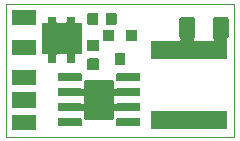
<source format=gbr>
G04 #@! TF.GenerationSoftware,KiCad,Pcbnew,(5.1.5)-2*
G04 #@! TF.CreationDate,2020-03-10T09:13:17+00:00*
G04 #@! TF.ProjectId,loco,6c6f636f-2e6b-4696-9361-645f70636258,rev?*
G04 #@! TF.SameCoordinates,Original*
G04 #@! TF.FileFunction,Soldermask,Top*
G04 #@! TF.FilePolarity,Negative*
%FSLAX46Y46*%
G04 Gerber Fmt 4.6, Leading zero omitted, Abs format (unit mm)*
G04 Created by KiCad (PCBNEW (5.1.5)-2) date 2020-03-10 09:13:17*
%MOMM*%
%LPD*%
G04 APERTURE LIST*
%ADD10C,0.050000*%
%ADD11C,0.100000*%
G04 APERTURE END LIST*
D10*
X114046000Y-90805000D02*
X114046000Y-79502000D01*
X133350000Y-90805000D02*
X114046000Y-90805000D01*
X133350000Y-79502000D02*
X133350000Y-90805000D01*
X114046000Y-79502000D02*
X133350000Y-79502000D01*
D11*
G36*
X116621000Y-90186000D02*
G01*
X114519000Y-90186000D01*
X114519000Y-88884000D01*
X116621000Y-88884000D01*
X116621000Y-90186000D01*
G37*
G36*
X132741000Y-90086000D02*
G01*
X126339000Y-90086000D01*
X126339000Y-88534000D01*
X132741000Y-88534000D01*
X132741000Y-90086000D01*
G37*
G36*
X120379928Y-89186764D02*
G01*
X120401009Y-89193160D01*
X120420445Y-89203548D01*
X120437477Y-89217525D01*
X120442376Y-89223495D01*
X120459703Y-89240822D01*
X120480078Y-89254436D01*
X120498092Y-89261898D01*
X120485760Y-89280355D01*
X120476382Y-89302994D01*
X120471000Y-89339279D01*
X120471000Y-89766860D01*
X120468236Y-89794928D01*
X120461840Y-89816009D01*
X120451452Y-89835445D01*
X120437476Y-89852476D01*
X120420445Y-89866452D01*
X120401009Y-89876840D01*
X120379928Y-89883236D01*
X120351860Y-89886000D01*
X118538140Y-89886000D01*
X118510072Y-89883236D01*
X118488991Y-89876840D01*
X118469555Y-89866452D01*
X118452524Y-89852476D01*
X118438548Y-89835445D01*
X118428160Y-89816009D01*
X118421764Y-89794928D01*
X118419000Y-89766860D01*
X118419000Y-89303140D01*
X118421764Y-89275072D01*
X118428160Y-89253991D01*
X118438548Y-89234555D01*
X118452524Y-89217524D01*
X118469555Y-89203548D01*
X118488991Y-89193160D01*
X118510072Y-89186764D01*
X118538140Y-89184000D01*
X120351860Y-89184000D01*
X120379928Y-89186764D01*
G37*
G36*
X125329928Y-89186764D02*
G01*
X125351009Y-89193160D01*
X125370445Y-89203548D01*
X125387476Y-89217524D01*
X125401452Y-89234555D01*
X125411840Y-89253991D01*
X125418236Y-89275072D01*
X125421000Y-89303140D01*
X125421000Y-89766860D01*
X125418236Y-89794928D01*
X125411840Y-89816009D01*
X125401452Y-89835445D01*
X125387476Y-89852476D01*
X125370445Y-89866452D01*
X125351009Y-89876840D01*
X125329928Y-89883236D01*
X125301860Y-89886000D01*
X123488140Y-89886000D01*
X123460072Y-89883236D01*
X123438991Y-89876840D01*
X123419555Y-89866452D01*
X123402524Y-89852476D01*
X123388548Y-89835445D01*
X123378160Y-89816009D01*
X123371764Y-89794928D01*
X123369000Y-89766860D01*
X123369000Y-89339279D01*
X123366598Y-89314893D01*
X123359485Y-89291444D01*
X123347934Y-89269833D01*
X123341442Y-89261922D01*
X123348834Y-89259680D01*
X123370445Y-89248129D01*
X123397624Y-89223495D01*
X123402523Y-89217525D01*
X123419555Y-89203548D01*
X123438991Y-89193160D01*
X123460072Y-89186764D01*
X123488140Y-89184000D01*
X125301860Y-89184000D01*
X125329928Y-89186764D01*
G37*
G36*
X123045877Y-85932696D02*
G01*
X123076062Y-85941853D01*
X123103883Y-85956723D01*
X123128266Y-85976734D01*
X123147376Y-86000020D01*
X123164703Y-86017347D01*
X123185077Y-86030960D01*
X123203092Y-86038423D01*
X123190759Y-86056881D01*
X123181382Y-86079519D01*
X123176000Y-86115804D01*
X123176000Y-86604196D01*
X123178402Y-86628582D01*
X123185515Y-86652031D01*
X123197066Y-86673642D01*
X123212611Y-86692584D01*
X123231553Y-86708129D01*
X123253164Y-86719680D01*
X123276613Y-86726793D01*
X123300999Y-86729195D01*
X123325385Y-86726793D01*
X123348834Y-86719680D01*
X123370445Y-86708129D01*
X123397624Y-86683495D01*
X123402523Y-86677525D01*
X123419555Y-86663548D01*
X123438991Y-86653160D01*
X123460072Y-86646764D01*
X123488140Y-86644000D01*
X125301860Y-86644000D01*
X125329928Y-86646764D01*
X125351009Y-86653160D01*
X125370445Y-86663548D01*
X125387476Y-86677524D01*
X125401452Y-86694555D01*
X125411840Y-86713991D01*
X125418236Y-86735072D01*
X125421000Y-86763140D01*
X125421000Y-87226860D01*
X125418236Y-87254928D01*
X125411840Y-87276009D01*
X125401452Y-87295445D01*
X125387476Y-87312476D01*
X125370445Y-87326452D01*
X125351009Y-87336840D01*
X125329928Y-87343236D01*
X125301860Y-87346000D01*
X123488140Y-87346000D01*
X123460072Y-87343236D01*
X123438991Y-87336840D01*
X123419555Y-87326452D01*
X123402523Y-87312475D01*
X123397624Y-87306505D01*
X123380297Y-87289178D01*
X123359922Y-87275564D01*
X123337284Y-87266187D01*
X123313250Y-87261407D01*
X123288746Y-87261407D01*
X123264713Y-87266188D01*
X123242074Y-87275565D01*
X123221700Y-87289179D01*
X123204373Y-87306506D01*
X123190759Y-87326881D01*
X123181382Y-87349519D01*
X123176000Y-87385804D01*
X123176000Y-87874196D01*
X123178402Y-87898582D01*
X123185515Y-87922031D01*
X123197066Y-87943642D01*
X123212611Y-87962584D01*
X123231553Y-87978129D01*
X123253164Y-87989680D01*
X123276613Y-87996793D01*
X123300999Y-87999195D01*
X123325385Y-87996793D01*
X123348834Y-87989680D01*
X123370445Y-87978129D01*
X123397624Y-87953495D01*
X123402523Y-87947525D01*
X123419555Y-87933548D01*
X123438991Y-87923160D01*
X123460072Y-87916764D01*
X123488140Y-87914000D01*
X125301860Y-87914000D01*
X125329928Y-87916764D01*
X125351009Y-87923160D01*
X125370445Y-87933548D01*
X125387476Y-87947524D01*
X125401452Y-87964555D01*
X125411840Y-87983991D01*
X125418236Y-88005072D01*
X125421000Y-88033140D01*
X125421000Y-88496860D01*
X125418236Y-88524928D01*
X125411840Y-88546009D01*
X125401452Y-88565445D01*
X125387476Y-88582476D01*
X125370445Y-88596452D01*
X125351009Y-88606840D01*
X125329928Y-88613236D01*
X125301860Y-88616000D01*
X123488140Y-88616000D01*
X123460072Y-88613236D01*
X123438991Y-88606840D01*
X123419555Y-88596452D01*
X123402523Y-88582475D01*
X123397624Y-88576505D01*
X123380297Y-88559178D01*
X123359922Y-88545564D01*
X123337284Y-88536187D01*
X123313250Y-88531407D01*
X123288746Y-88531407D01*
X123264713Y-88536188D01*
X123242074Y-88545565D01*
X123221700Y-88559179D01*
X123204373Y-88576506D01*
X123190759Y-88596881D01*
X123181382Y-88619519D01*
X123176000Y-88655804D01*
X123176000Y-89144196D01*
X123178402Y-89168582D01*
X123185515Y-89192031D01*
X123197066Y-89213642D01*
X123203558Y-89221553D01*
X123196166Y-89223795D01*
X123174555Y-89235346D01*
X123147376Y-89259980D01*
X123128266Y-89283266D01*
X123103883Y-89303277D01*
X123076062Y-89318147D01*
X123045877Y-89327304D01*
X123008348Y-89331000D01*
X120831652Y-89331000D01*
X120794123Y-89327304D01*
X120763938Y-89318147D01*
X120736117Y-89303277D01*
X120711734Y-89283266D01*
X120692624Y-89259980D01*
X120675297Y-89242653D01*
X120654923Y-89229040D01*
X120636908Y-89221577D01*
X120649241Y-89203119D01*
X120658618Y-89180481D01*
X120664000Y-89144196D01*
X120664000Y-88655804D01*
X120661598Y-88631418D01*
X120654485Y-88607969D01*
X120642934Y-88586358D01*
X120627389Y-88567416D01*
X120608447Y-88551871D01*
X120586836Y-88540320D01*
X120563387Y-88533207D01*
X120539001Y-88530805D01*
X120514615Y-88533207D01*
X120491166Y-88540320D01*
X120469555Y-88551871D01*
X120442376Y-88576505D01*
X120437477Y-88582475D01*
X120420445Y-88596452D01*
X120401009Y-88606840D01*
X120379928Y-88613236D01*
X120351860Y-88616000D01*
X118538140Y-88616000D01*
X118510072Y-88613236D01*
X118488991Y-88606840D01*
X118469555Y-88596452D01*
X118452524Y-88582476D01*
X118438548Y-88565445D01*
X118428160Y-88546009D01*
X118421764Y-88524928D01*
X118419000Y-88496860D01*
X118419000Y-88033140D01*
X118421764Y-88005072D01*
X118428160Y-87983991D01*
X118438548Y-87964555D01*
X118452524Y-87947524D01*
X118469555Y-87933548D01*
X118488991Y-87923160D01*
X118510072Y-87916764D01*
X118538140Y-87914000D01*
X120351860Y-87914000D01*
X120379928Y-87916764D01*
X120401009Y-87923160D01*
X120420445Y-87933548D01*
X120437477Y-87947525D01*
X120442376Y-87953495D01*
X120459703Y-87970822D01*
X120480078Y-87984436D01*
X120502716Y-87993813D01*
X120526750Y-87998593D01*
X120551254Y-87998593D01*
X120575287Y-87993812D01*
X120597926Y-87984435D01*
X120618300Y-87970821D01*
X120635627Y-87953494D01*
X120649241Y-87933119D01*
X120658618Y-87910481D01*
X120664000Y-87874196D01*
X120664000Y-87385804D01*
X120661598Y-87361418D01*
X120654485Y-87337969D01*
X120642934Y-87316358D01*
X120627389Y-87297416D01*
X120608447Y-87281871D01*
X120586836Y-87270320D01*
X120563387Y-87263207D01*
X120539001Y-87260805D01*
X120514615Y-87263207D01*
X120491166Y-87270320D01*
X120469555Y-87281871D01*
X120442376Y-87306505D01*
X120437477Y-87312475D01*
X120420445Y-87326452D01*
X120401009Y-87336840D01*
X120379928Y-87343236D01*
X120351860Y-87346000D01*
X118538140Y-87346000D01*
X118510072Y-87343236D01*
X118488991Y-87336840D01*
X118469555Y-87326452D01*
X118452524Y-87312476D01*
X118438548Y-87295445D01*
X118428160Y-87276009D01*
X118421764Y-87254928D01*
X118419000Y-87226860D01*
X118419000Y-86763140D01*
X118421764Y-86735072D01*
X118428160Y-86713991D01*
X118438548Y-86694555D01*
X118452524Y-86677524D01*
X118469555Y-86663548D01*
X118488991Y-86653160D01*
X118510072Y-86646764D01*
X118538140Y-86644000D01*
X120351860Y-86644000D01*
X120379928Y-86646764D01*
X120401009Y-86653160D01*
X120420445Y-86663548D01*
X120437477Y-86677525D01*
X120442376Y-86683495D01*
X120459703Y-86700822D01*
X120480078Y-86714436D01*
X120502716Y-86723813D01*
X120526750Y-86728593D01*
X120551254Y-86728593D01*
X120575287Y-86723812D01*
X120597926Y-86714435D01*
X120618300Y-86700821D01*
X120635627Y-86683494D01*
X120649241Y-86663119D01*
X120658618Y-86640481D01*
X120664000Y-86604196D01*
X120664000Y-86115804D01*
X120661598Y-86091418D01*
X120654485Y-86067969D01*
X120642934Y-86046358D01*
X120636442Y-86038447D01*
X120643834Y-86036205D01*
X120665445Y-86024654D01*
X120692624Y-86000020D01*
X120711734Y-85976734D01*
X120736117Y-85956723D01*
X120763938Y-85941853D01*
X120794123Y-85932696D01*
X120831652Y-85929000D01*
X123008348Y-85929000D01*
X123045877Y-85932696D01*
G37*
G36*
X116621000Y-88281000D02*
G01*
X114519000Y-88281000D01*
X114519000Y-86979000D01*
X116621000Y-86979000D01*
X116621000Y-88281000D01*
G37*
G36*
X116621000Y-86376000D02*
G01*
X114519000Y-86376000D01*
X114519000Y-85074000D01*
X116621000Y-85074000D01*
X116621000Y-86376000D01*
G37*
G36*
X125329928Y-85376764D02*
G01*
X125351009Y-85383160D01*
X125370445Y-85393548D01*
X125387476Y-85407524D01*
X125401452Y-85424555D01*
X125411840Y-85443991D01*
X125418236Y-85465072D01*
X125421000Y-85493140D01*
X125421000Y-85956860D01*
X125418236Y-85984928D01*
X125411840Y-86006009D01*
X125401452Y-86025445D01*
X125387476Y-86042476D01*
X125370445Y-86056452D01*
X125351009Y-86066840D01*
X125329928Y-86073236D01*
X125301860Y-86076000D01*
X123488140Y-86076000D01*
X123460072Y-86073236D01*
X123438991Y-86066840D01*
X123419555Y-86056452D01*
X123402523Y-86042475D01*
X123397624Y-86036505D01*
X123380297Y-86019178D01*
X123359922Y-86005564D01*
X123341908Y-85998102D01*
X123354240Y-85979645D01*
X123363618Y-85957006D01*
X123369000Y-85920721D01*
X123369000Y-85493140D01*
X123371764Y-85465072D01*
X123378160Y-85443991D01*
X123388548Y-85424555D01*
X123402524Y-85407524D01*
X123419555Y-85393548D01*
X123438991Y-85383160D01*
X123460072Y-85376764D01*
X123488140Y-85374000D01*
X125301860Y-85374000D01*
X125329928Y-85376764D01*
G37*
G36*
X120379928Y-85376764D02*
G01*
X120401009Y-85383160D01*
X120420445Y-85393548D01*
X120437476Y-85407524D01*
X120451452Y-85424555D01*
X120461840Y-85443991D01*
X120468236Y-85465072D01*
X120471000Y-85493140D01*
X120471000Y-85920721D01*
X120473402Y-85945107D01*
X120480515Y-85968556D01*
X120492066Y-85990167D01*
X120498558Y-85998078D01*
X120491166Y-86000320D01*
X120469555Y-86011871D01*
X120442376Y-86036505D01*
X120437477Y-86042475D01*
X120420445Y-86056452D01*
X120401009Y-86066840D01*
X120379928Y-86073236D01*
X120351860Y-86076000D01*
X118538140Y-86076000D01*
X118510072Y-86073236D01*
X118488991Y-86066840D01*
X118469555Y-86056452D01*
X118452524Y-86042476D01*
X118438548Y-86025445D01*
X118428160Y-86006009D01*
X118421764Y-85984928D01*
X118419000Y-85956860D01*
X118419000Y-85493140D01*
X118421764Y-85465072D01*
X118428160Y-85443991D01*
X118438548Y-85424555D01*
X118452524Y-85407524D01*
X118469555Y-85393548D01*
X118488991Y-85383160D01*
X118510072Y-85376764D01*
X118538140Y-85374000D01*
X120351860Y-85374000D01*
X120379928Y-85376764D01*
G37*
G36*
X121791591Y-84123085D02*
G01*
X121825569Y-84133393D01*
X121856890Y-84150134D01*
X121884339Y-84172661D01*
X121906866Y-84200110D01*
X121923607Y-84231431D01*
X121933915Y-84265409D01*
X121938000Y-84306890D01*
X121938000Y-84908110D01*
X121933915Y-84949591D01*
X121923607Y-84983569D01*
X121906866Y-85014890D01*
X121884339Y-85042339D01*
X121856890Y-85064866D01*
X121825569Y-85081607D01*
X121791591Y-85091915D01*
X121750110Y-85096000D01*
X121073890Y-85096000D01*
X121032409Y-85091915D01*
X120998431Y-85081607D01*
X120967110Y-85064866D01*
X120939661Y-85042339D01*
X120917134Y-85014890D01*
X120900393Y-84983569D01*
X120890085Y-84949591D01*
X120886000Y-84908110D01*
X120886000Y-84306890D01*
X120890085Y-84265409D01*
X120900393Y-84231431D01*
X120917134Y-84200110D01*
X120939661Y-84172661D01*
X120967110Y-84150134D01*
X120998431Y-84133393D01*
X121032409Y-84123085D01*
X121073890Y-84119000D01*
X121750110Y-84119000D01*
X121791591Y-84123085D01*
G37*
G36*
X124149000Y-84686000D02*
G01*
X123247000Y-84686000D01*
X123247000Y-83684000D01*
X124149000Y-83684000D01*
X124149000Y-84686000D01*
G37*
G36*
X118301000Y-80984001D02*
G01*
X118303402Y-81008387D01*
X118310515Y-81031836D01*
X118322066Y-81053447D01*
X118337611Y-81072389D01*
X118356553Y-81087934D01*
X118378164Y-81099485D01*
X118401613Y-81106598D01*
X118425999Y-81109000D01*
X118694001Y-81109000D01*
X118718387Y-81106598D01*
X118741836Y-81099485D01*
X118742743Y-81099000D01*
X119066501Y-81099000D01*
X119090887Y-81096598D01*
X119114336Y-81089485D01*
X119135947Y-81077934D01*
X119154889Y-81062389D01*
X119170434Y-81043447D01*
X119181985Y-81021836D01*
X119189098Y-80998387D01*
X119191500Y-80974001D01*
X119191500Y-80599000D01*
X119853500Y-80599000D01*
X119853500Y-80974001D01*
X119855902Y-80998387D01*
X119863015Y-81021836D01*
X119874566Y-81043447D01*
X119890111Y-81062389D01*
X119909053Y-81077934D01*
X119930664Y-81089485D01*
X119954113Y-81096598D01*
X119978499Y-81099000D01*
X120521000Y-81099000D01*
X120521000Y-83721000D01*
X119978499Y-83721000D01*
X119954113Y-83723402D01*
X119930664Y-83730515D01*
X119909053Y-83742066D01*
X119890111Y-83757611D01*
X119874566Y-83776553D01*
X119863015Y-83798164D01*
X119855902Y-83821613D01*
X119853500Y-83845999D01*
X119853500Y-84501000D01*
X119191500Y-84501000D01*
X119191500Y-83845999D01*
X119189098Y-83821613D01*
X119181985Y-83798164D01*
X119170434Y-83776553D01*
X119154889Y-83757611D01*
X119135947Y-83742066D01*
X119114336Y-83730515D01*
X119090887Y-83723402D01*
X119066501Y-83721000D01*
X118695999Y-83721000D01*
X118671613Y-83723402D01*
X118648164Y-83730515D01*
X118647257Y-83731000D01*
X118425999Y-83731000D01*
X118401613Y-83733402D01*
X118378164Y-83740515D01*
X118356553Y-83752066D01*
X118337611Y-83767611D01*
X118322066Y-83786553D01*
X118310515Y-83808164D01*
X118303402Y-83831613D01*
X118301000Y-83855999D01*
X118301000Y-84501000D01*
X117639000Y-84501000D01*
X117639000Y-83855999D01*
X117636598Y-83831613D01*
X117629485Y-83808164D01*
X117617934Y-83786553D01*
X117602389Y-83767611D01*
X117583447Y-83752066D01*
X117561836Y-83740515D01*
X117538387Y-83733402D01*
X117514001Y-83731000D01*
X117069000Y-83731000D01*
X117069000Y-81109000D01*
X117514001Y-81109000D01*
X117538387Y-81106598D01*
X117561836Y-81099485D01*
X117583447Y-81087934D01*
X117602389Y-81072389D01*
X117617934Y-81053447D01*
X117629485Y-81031836D01*
X117636598Y-81008387D01*
X117639000Y-80984001D01*
X117639000Y-80599000D01*
X118301000Y-80599000D01*
X118301000Y-80984001D01*
G37*
G36*
X129928604Y-80612347D02*
G01*
X129965144Y-80623432D01*
X129998821Y-80641433D01*
X130028341Y-80665659D01*
X130052567Y-80695179D01*
X130070568Y-80728856D01*
X130081653Y-80765396D01*
X130086000Y-80809538D01*
X130086000Y-82258462D01*
X130081653Y-82302604D01*
X130070568Y-82339144D01*
X130052567Y-82372821D01*
X130028341Y-82402341D01*
X130016113Y-82412376D01*
X129998786Y-82429703D01*
X129985172Y-82450077D01*
X129975795Y-82472716D01*
X129971015Y-82496750D01*
X129971015Y-82521254D01*
X129975796Y-82545287D01*
X129985173Y-82567926D01*
X129998787Y-82588300D01*
X130016114Y-82605627D01*
X130036488Y-82619241D01*
X130059127Y-82628618D01*
X130095412Y-82634000D01*
X131524588Y-82634000D01*
X131548974Y-82631598D01*
X131572423Y-82624485D01*
X131594034Y-82612934D01*
X131612976Y-82597389D01*
X131628521Y-82578447D01*
X131640072Y-82556836D01*
X131647185Y-82533387D01*
X131649587Y-82509001D01*
X131647185Y-82484615D01*
X131640072Y-82461166D01*
X131628521Y-82439555D01*
X131603887Y-82412376D01*
X131591659Y-82402341D01*
X131567433Y-82372821D01*
X131549432Y-82339144D01*
X131538347Y-82302604D01*
X131534000Y-82258462D01*
X131534000Y-80809538D01*
X131538347Y-80765396D01*
X131549432Y-80728856D01*
X131567433Y-80695179D01*
X131591659Y-80665659D01*
X131621179Y-80641433D01*
X131654856Y-80623432D01*
X131691396Y-80612347D01*
X131735538Y-80608000D01*
X132684462Y-80608000D01*
X132728604Y-80612347D01*
X132765144Y-80623432D01*
X132798821Y-80641433D01*
X132828341Y-80665659D01*
X132852567Y-80695179D01*
X132870568Y-80728856D01*
X132881653Y-80765396D01*
X132886000Y-80809538D01*
X132886000Y-82258462D01*
X132881653Y-82302604D01*
X132870568Y-82339144D01*
X132852567Y-82372821D01*
X132828341Y-82402341D01*
X132791598Y-82432495D01*
X132786712Y-82435759D01*
X132769383Y-82453084D01*
X132755767Y-82473457D01*
X132746387Y-82496094D01*
X132741603Y-82520127D01*
X132741000Y-82532394D01*
X132741000Y-84186000D01*
X126339000Y-84186000D01*
X126339000Y-82634000D01*
X128724588Y-82634000D01*
X128748974Y-82631598D01*
X128772423Y-82624485D01*
X128794034Y-82612934D01*
X128812976Y-82597389D01*
X128828521Y-82578447D01*
X128840072Y-82556836D01*
X128847185Y-82533387D01*
X128849587Y-82509001D01*
X128847185Y-82484615D01*
X128840072Y-82461166D01*
X128828521Y-82439555D01*
X128803887Y-82412376D01*
X128791659Y-82402341D01*
X128767433Y-82372821D01*
X128749432Y-82339144D01*
X128738347Y-82302604D01*
X128734000Y-82258462D01*
X128734000Y-80809538D01*
X128738347Y-80765396D01*
X128749432Y-80728856D01*
X128767433Y-80695179D01*
X128791659Y-80665659D01*
X128821179Y-80641433D01*
X128854856Y-80623432D01*
X128891396Y-80612347D01*
X128935538Y-80608000D01*
X129884462Y-80608000D01*
X129928604Y-80612347D01*
G37*
G36*
X116621000Y-83836000D02*
G01*
X114519000Y-83836000D01*
X114519000Y-82534000D01*
X116621000Y-82534000D01*
X116621000Y-83836000D01*
G37*
G36*
X121791591Y-82548085D02*
G01*
X121825569Y-82558393D01*
X121856890Y-82575134D01*
X121884339Y-82597661D01*
X121906866Y-82625110D01*
X121923607Y-82656431D01*
X121933915Y-82690409D01*
X121938000Y-82731890D01*
X121938000Y-83333110D01*
X121933915Y-83374591D01*
X121923607Y-83408569D01*
X121906866Y-83439890D01*
X121884339Y-83467339D01*
X121856890Y-83489866D01*
X121825569Y-83506607D01*
X121791591Y-83516915D01*
X121750110Y-83521000D01*
X121073890Y-83521000D01*
X121032409Y-83516915D01*
X120998431Y-83506607D01*
X120967110Y-83489866D01*
X120939661Y-83467339D01*
X120917134Y-83439890D01*
X120900393Y-83408569D01*
X120890085Y-83374591D01*
X120886000Y-83333110D01*
X120886000Y-82731890D01*
X120890085Y-82690409D01*
X120900393Y-82656431D01*
X120917134Y-82625110D01*
X120939661Y-82597661D01*
X120967110Y-82575134D01*
X120998431Y-82558393D01*
X121032409Y-82548085D01*
X121073890Y-82544000D01*
X121750110Y-82544000D01*
X121791591Y-82548085D01*
G37*
G36*
X125099000Y-82686000D02*
G01*
X124197000Y-82686000D01*
X124197000Y-81684000D01*
X125099000Y-81684000D01*
X125099000Y-82686000D01*
G37*
G36*
X123199000Y-82686000D02*
G01*
X122297000Y-82686000D01*
X122297000Y-81684000D01*
X123199000Y-81684000D01*
X123199000Y-82686000D01*
G37*
G36*
X123303591Y-80250085D02*
G01*
X123337569Y-80260393D01*
X123368890Y-80277134D01*
X123396339Y-80299661D01*
X123418866Y-80327110D01*
X123435607Y-80358431D01*
X123445915Y-80392409D01*
X123450000Y-80433890D01*
X123450000Y-81110110D01*
X123445915Y-81151591D01*
X123435607Y-81185569D01*
X123418866Y-81216890D01*
X123396339Y-81244339D01*
X123368890Y-81266866D01*
X123337569Y-81283607D01*
X123303591Y-81293915D01*
X123262110Y-81298000D01*
X122660890Y-81298000D01*
X122619409Y-81293915D01*
X122585431Y-81283607D01*
X122554110Y-81266866D01*
X122526661Y-81244339D01*
X122504134Y-81216890D01*
X122487393Y-81185569D01*
X122477085Y-81151591D01*
X122473000Y-81110110D01*
X122473000Y-80433890D01*
X122477085Y-80392409D01*
X122487393Y-80358431D01*
X122504134Y-80327110D01*
X122526661Y-80299661D01*
X122554110Y-80277134D01*
X122585431Y-80260393D01*
X122619409Y-80250085D01*
X122660890Y-80246000D01*
X123262110Y-80246000D01*
X123303591Y-80250085D01*
G37*
G36*
X121728591Y-80250085D02*
G01*
X121762569Y-80260393D01*
X121793890Y-80277134D01*
X121821339Y-80299661D01*
X121843866Y-80327110D01*
X121860607Y-80358431D01*
X121870915Y-80392409D01*
X121875000Y-80433890D01*
X121875000Y-81110110D01*
X121870915Y-81151591D01*
X121860607Y-81185569D01*
X121843866Y-81216890D01*
X121821339Y-81244339D01*
X121793890Y-81266866D01*
X121762569Y-81283607D01*
X121728591Y-81293915D01*
X121687110Y-81298000D01*
X121085890Y-81298000D01*
X121044409Y-81293915D01*
X121010431Y-81283607D01*
X120979110Y-81266866D01*
X120951661Y-81244339D01*
X120929134Y-81216890D01*
X120912393Y-81185569D01*
X120902085Y-81151591D01*
X120898000Y-81110110D01*
X120898000Y-80433890D01*
X120902085Y-80392409D01*
X120912393Y-80358431D01*
X120929134Y-80327110D01*
X120951661Y-80299661D01*
X120979110Y-80277134D01*
X121010431Y-80260393D01*
X121044409Y-80250085D01*
X121085890Y-80246000D01*
X121687110Y-80246000D01*
X121728591Y-80250085D01*
G37*
G36*
X116621000Y-81296000D02*
G01*
X114519000Y-81296000D01*
X114519000Y-79994000D01*
X116621000Y-79994000D01*
X116621000Y-81296000D01*
G37*
M02*

</source>
